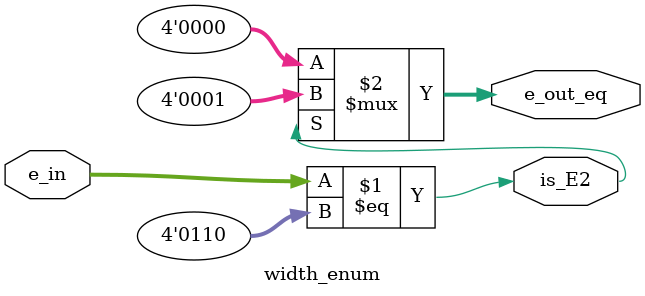
<source format=sv>
module width_enum (
    input  wire [3:0] e_in,      // pass enum value
    output wire [3:0] e_out_eq,  // 1 if e_in == E2, else 0
    output wire       is_E2
);
    // “Enum” constants:
    localparam [3:0] E0 = 4'h0;
    localparam [3:0] E1 = 4'd5;
    localparam [3:0] E2 = 4'd6;   // (implicit)
    localparam [3:0] E3 = 4'o7;   // octal 7 → 3'b111 → 4'h7
    localparam [3:0] E4 = 4'b1010;

    assign is_E2   = (e_in == E2);
    assign e_out_eq = is_E2 ? 4'd1 : 4'd0;
endmodule

</source>
